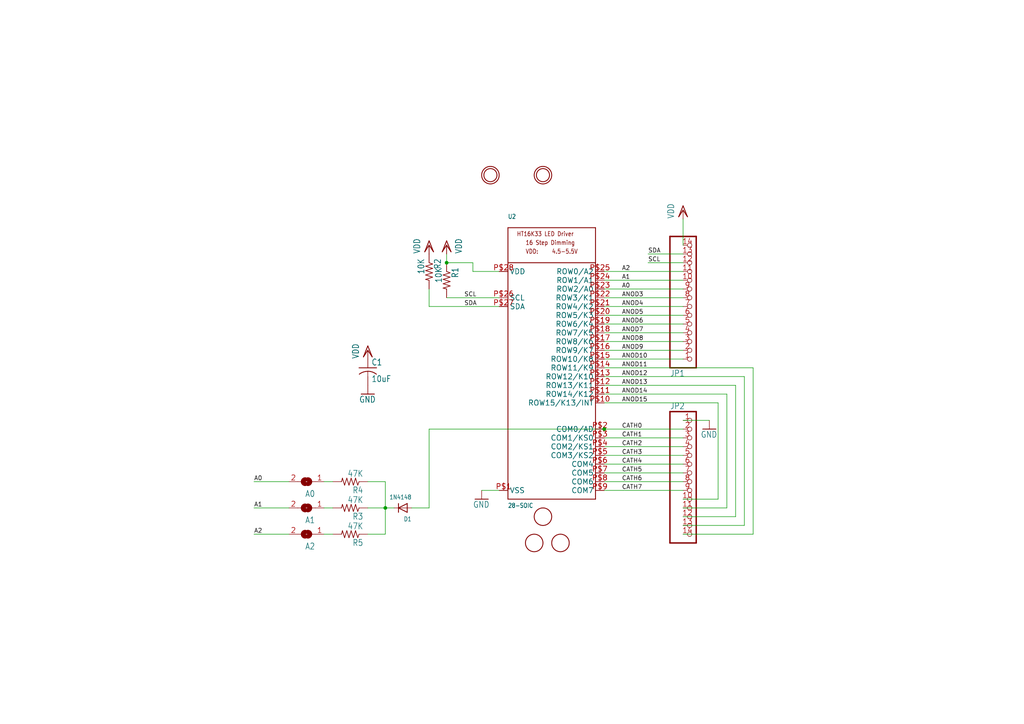
<source format=kicad_sch>
(kicad_sch (version 20250114) (generator "eeschema") (generator_version "9.0")
  (paper "A4")
  (lib_symbols
    (symbol "Adafruit HT16K33 breakout-eagle-import:C-USC0805"
      (property "Reference" "C" (at 1.016 0.635 0))
      (symbol "C-USC0805_1_0"
        (polyline (pts (xy -2.54 0) (xy 2.54 0)) (stroke (width 0.254)))
        (arc (start 0 -1) (mid 1.3158 -1.2195) (end 2.4892 -1.8541) (stroke (width 0.254)))
        (arc (start -2.4668 -1.8504) (mid -1.302 -1.2303) (end 0 -1.0161) (stroke (width 0.254)))
        (polyline (pts (xy 0 -1.016) (xy 0 -2.54)) (stroke (width 0.1524)))
        (pin passive line (at 0 2.54 270) (length 2.54) (name "1") (number "1"))
        (pin passive line (at 0 -5.08 90) (length 2.54) (name "2") (number "2"))
      )
    )
    (symbol "Adafruit HT16K33 breakout-eagle-import:DIODESOD-323F"
      (property "Reference" "D" (at -2.54 2.54 0))
      (symbol "DIODESOD-323F_1_0"
        (polyline (pts (xy -1.27 1.27) (xy -1.27 -1.27)) (stroke (width 0.254)))
        (polyline (pts (xy -1.27 -1.27) (xy 1.27 0)) (stroke (width 0.254)))
        (polyline (pts (xy 1.27 1.27) (xy 1.27 0)) (stroke (width 0.254)))
        (polyline (pts (xy 1.27 0) (xy -1.27 1.27)) (stroke (width 0.254)))
        (polyline (pts (xy 1.27 0) (xy 1.27 -1.27)) (stroke (width 0.254)))
        (pin passive line (at -2.54 0 0) (length 2.54) (name "A") (number "A"))
        (pin passive line (at 2.54 0 180) (length 2.54) (name "C") (number "C"))
      )
    )
    (symbol "Adafruit HT16K33 breakout-eagle-import:FIDUCIAL"
      (symbol "FIDUCIAL_1_0"
        (circle (center 0 0) (radius 2.54) (stroke (width 0.254)))
      )
    )
    (symbol "Adafruit HT16K33 breakout-eagle-import:GND" (power)
      (symbol "GND_1_0"
        (polyline (pts (xy -1.905 0) (xy 1.905 0)) (stroke (width 0.254)))
        (pin power_in line (at 0 2.54 270) (length 2.54) (name "GND") (number "1"))
      )
    )
    (symbol "Adafruit HT16K33 breakout-eagle-import:HT16K33_SOP28"
      (property "Reference" "U" (at -12.7 40.64 0))
      (symbol "HT16K33_SOP28_1_0"
        (polyline (pts (xy -12.7 38.1) (xy 12.7 38.1)) (stroke (width 0.254)))
        (polyline (pts (xy -12.7 27.94) (xy -12.7 38.1)) (stroke (width 0.254)))
        (polyline (pts (xy -12.7 27.94) (xy 12.7 27.94)) (stroke (width 0.254)))
        (polyline (pts (xy -12.7 -40.64) (xy -12.7 27.94)) (stroke (width 0.254)))
        (polyline (pts (xy 12.7 38.1) (xy 12.7 -40.64)) (stroke (width 0.254)))
        (polyline (pts (xy 12.7 -40.64) (xy -12.7 -40.64)) (stroke (width 0.254)))
        (text "HT16K33 LED Driver" (at -10.16 35.56 0) (effects (font (size 1.27 1.0795)) (justify left bottom)))
        (text "16 Step Dimming" (at -7.62 33.02 0) (effects (font (size 1.27 1.0795)) (justify left bottom)))
        (text "VDD:" (at -7.62 30.48 0) (effects (font (size 1.27 1.0795)) (justify left bottom)))
        (text "4.5-5.5V" (at 0 30.48 0) (effects (font (size 1.27 1.0795)) (justify left bottom)))
        (pin bidirectional line (at -15.24 25.4 0) (length 2.54) (name "VDD") (number "P$28"))
        (pin bidirectional line (at -15.24 17.78 0) (length 2.54) (name "SCL") (number "P$26"))
        (pin bidirectional line (at -15.24 15.24 0) (length 2.54) (name "SDA") (number "P$27"))
        (pin bidirectional line (at -15.24 -38.1 0) (length 2.54) (name "VSS") (number "P$1"))
        (pin bidirectional line (at 15.24 25.4 180) (length 2.54) (name "ROW0/A2") (number "P$25"))
        (pin bidirectional line (at 15.24 22.86 180) (length 2.54) (name "ROW1/A1") (number "P$24"))
        (pin bidirectional line (at 15.24 20.32 180) (length 2.54) (name "ROW2/A0") (number "P$23"))
        (pin bidirectional line (at 15.24 17.78 180) (length 2.54) (name "ROW3/K1") (number "P$22"))
        (pin bidirectional line (at 15.24 15.24 180) (length 2.54) (name "ROW4/K2") (number "P$21"))
        (pin bidirectional line (at 15.24 12.7 180) (length 2.54) (name "ROW5/K3") (number "P$20"))
        (pin bidirectional line (at 15.24 10.16 180) (length 2.54) (name "ROW6/K4") (number "P$19"))
        (pin bidirectional line (at 15.24 7.62 180) (length 2.54) (name "ROW7/K5") (number "P$18"))
        (pin bidirectional line (at 15.24 5.08 180) (length 2.54) (name "ROW8/K6") (number "P$17"))
        (pin bidirectional line (at 15.24 2.54 180) (length 2.54) (name "ROW9/K7") (number "P$16"))
        (pin bidirectional line (at 15.24 0 180) (length 2.54) (name "ROW10/K8") (number "P$15"))
        (pin bidirectional line (at 15.24 -2.54 180) (length 2.54) (name "ROW11/K9") (number "P$14"))
        (pin bidirectional line (at 15.24 -5.08 180) (length 2.54) (name "ROW12/K10") (number "P$13"))
        (pin bidirectional line (at 15.24 -7.62 180) (length 2.54) (name "ROW13/K11") (number "P$12"))
        (pin bidirectional line (at 15.24 -10.16 180) (length 2.54) (name "ROW14/K12") (number "P$11"))
        (pin bidirectional line (at 15.24 -12.7 180) (length 2.54) (name "ROW15/K13/INT") (number "P$10"))
        (pin bidirectional line (at 15.24 -20.32 180) (length 2.54) (name "COM0/AD") (number "P$2"))
        (pin bidirectional line (at 15.24 -22.86 180) (length 2.54) (name "COM1/KS0") (number "P$3"))
        (pin bidirectional line (at 15.24 -25.4 180) (length 2.54) (name "COM2/KS1") (number "P$4"))
        (pin bidirectional line (at 15.24 -27.94 180) (length 2.54) (name "COM3/KS2") (number "P$5"))
        (pin bidirectional line (at 15.24 -30.48 180) (length 2.54) (name "COM4") (number "P$6"))
        (pin bidirectional line (at 15.24 -33.02 180) (length 2.54) (name "COM5") (number "P$7"))
        (pin bidirectional line (at 15.24 -35.56 180) (length 2.54) (name "COM6") (number "P$8"))
        (pin bidirectional line (at 15.24 -38.1 180) (length 2.54) (name "COM7") (number "P$9"))
      )
    )
    (symbol "Adafruit HT16K33 breakout-eagle-import:MOUNTINGHOLE2.5"
      (symbol "MOUNTINGHOLE2.5_1_0"
        (circle (center 0 0) (radius 1.905) (stroke (width 0.254)))
        (circle (center 0 0) (radius 2.54) (stroke (width 0.254)))
      )
    )
    (symbol "Adafruit HT16K33 breakout-eagle-import:PINHD-1X14-CB"
      (property "Reference" "JP" (at -6.35 18.415 0))
      (symbol "PINHD-1X14-CB_1_0"
        (polyline (pts (xy -6.35 17.78) (xy -6.35 -20.32)) (stroke (width 0.4064)))
        (polyline (pts (xy -6.35 -20.32) (xy 1.27 -20.32)) (stroke (width 0.4064)))
        (polyline (pts (xy 1.27 17.78) (xy -6.35 17.78)) (stroke (width 0.4064)))
        (polyline (pts (xy 1.27 -20.32) (xy 1.27 17.78)) (stroke (width 0.4064)))
        (pin passive inverted (at -2.54 15.24 0) (length 2.54) (name "1") (number "1"))
        (pin passive inverted (at -2.54 12.7 0) (length 2.54) (name "2") (number "2"))
        (pin passive inverted (at -2.54 10.16 0) (length 2.54) (name "3") (number "3"))
        (pin passive inverted (at -2.54 7.62 0) (length 2.54) (name "4") (number "4"))
        (pin passive inverted (at -2.54 5.08 0) (length 2.54) (name "5") (number "5"))
        (pin passive inverted (at -2.54 2.54 0) (length 2.54) (name "6") (number "6"))
        (pin passive inverted (at -2.54 0 0) (length 2.54) (name "7") (number "7"))
        (pin passive inverted (at -2.54 -2.54 0) (length 2.54) (name "8") (number "8"))
        (pin passive inverted (at -2.54 -5.08 0) (length 2.54) (name "9") (number "9"))
        (pin passive inverted (at -2.54 -7.62 0) (length 2.54) (name "10") (number "10"))
        (pin passive inverted (at -2.54 -10.16 0) (length 2.54) (name "11") (number "11"))
        (pin passive inverted (at -2.54 -12.7 0) (length 2.54) (name "12") (number "12"))
        (pin passive inverted (at -2.54 -15.24 0) (length 2.54) (name "13") (number "13"))
        (pin passive inverted (at -2.54 -17.78 0) (length 2.54) (name "14") (number "14"))
      )
    )
    (symbol "Adafruit HT16K33 breakout-eagle-import:R-US_R0805"
      (property "Reference" "R" (at -3.81 1.4986 0))
      (symbol "R-US_R0805_1_0"
        (polyline (pts (xy -2.54 0) (xy -2.159 1.016)) (stroke (width 0.2032)))
        (polyline (pts (xy -2.159 1.016) (xy -1.524 -1.016)) (stroke (width 0.2032)))
        (polyline (pts (xy -1.524 -1.016) (xy -0.889 1.016)) (stroke (width 0.2032)))
        (polyline (pts (xy -0.889 1.016) (xy -0.254 -1.016)) (stroke (width 0.2032)))
        (polyline (pts (xy -0.254 -1.016) (xy 0.381 1.016)) (stroke (width 0.2032)))
        (polyline (pts (xy 0.381 1.016) (xy 1.016 -1.016)) (stroke (width 0.2032)))
        (polyline (pts (xy 1.016 -1.016) (xy 1.651 1.016)) (stroke (width 0.2032)))
        (polyline (pts (xy 1.651 1.016) (xy 2.286 -1.016)) (stroke (width 0.2032)))
        (polyline (pts (xy 2.286 -1.016) (xy 2.54 0)) (stroke (width 0.2032)))
        (pin passive line (at -5.08 0 0) (length 2.54) (name "1") (number "1"))
        (pin passive line (at 5.08 0 180) (length 2.54) (name "2") (number "2"))
      )
    )
    (symbol "Adafruit HT16K33 breakout-eagle-import:SOLDERJUMPERREFLOW_NOPASTE"
      (property "Reference" "SJ" (at -2.54 2.54 0))
      (symbol "SOLDERJUMPERREFLOW_NOPASTE_1_0"
        (polyline (pts (xy -2.54 0) (xy -1.651 0)) (stroke (width 0.1524)))
        (arc (start -0.381 -0.635) (mid -1.0159 0.0001) (end -0.3808 0.635) (stroke (width 1.27)))
        (arc (start 0.381 0.635) (mid 1.0159 -0.0001) (end 0.3808 -0.635) (stroke (width 1.27)))
        (polyline (pts (xy 2.54 0) (xy 1.651 0)) (stroke (width 0.1524)))
        (pin passive line (at -5.08 0 0) (length 2.54) (name "1") (number "1"))
        (pin passive line (at 5.08 0 180) (length 2.54) (name "2") (number "2"))
      )
    )
    (symbol "Adafruit HT16K33 breakout-eagle-import:VDD" (power)
      (symbol "VDD_1_0"
        (polyline (pts (xy 0 1.27) (xy -1.27 -1.905)) (stroke (width 0.254)))
        (polyline (pts (xy 0 0) (xy -1.27 -1.905)) (stroke (width 0.254)))
        (polyline (pts (xy 1.27 -1.905) (xy 0 1.27)) (stroke (width 0.254)))
        (polyline (pts (xy 1.27 -1.905) (xy 0 0)) (stroke (width 0.254)))
        (pin power_in line (at 0 -2.54 90) (length 2.54) (name "VDD") (number "1"))
      )
    )
  )
  (junction (at 129.54 76.2))
  (junction (at 111.76 147.32))
  (junction (at 175.26 124.46))
  (wire (pts (xy 175.26 93.98) (xy 198.12 93.98)) (stroke (width 0.1524)))
  (wire (pts (xy 139.7 142.24) (xy 144.78 142.24)) (stroke (width 0.1524)))
  (wire (pts (xy 175.26 88.9) (xy 198.12 88.9)) (stroke (width 0.1524)))
  (wire (pts (xy 111.76 154.94) (xy 111.76 147.32)) (stroke (width 0.1524)))
  (wire (pts (xy 198.12 63.5) (xy 198.12 71.12)) (stroke (width 0.1524)))
  (wire (pts (xy 215.9 109.22) (xy 215.9 152.4)) (stroke (width 0.1524)))
  (wire (pts (xy 124.46 124.46) (xy 124.46 147.32)) (stroke (width 0.1524)))
  (wire (pts (xy 111.76 147.32) (xy 111.76 139.7)) (stroke (width 0.1524)))
  (wire (pts (xy 198.12 76.2) (xy 187.96 76.2)) (stroke (width 0.1524)))
  (wire (pts (xy 175.26 86.36) (xy 198.12 86.36)) (stroke (width 0.1524)))
  (wire (pts (xy 111.76 147.32) (xy 114.3 147.32)) (stroke (width 0.1524)))
  (wire (pts (xy 210.82 114.3) (xy 210.82 147.32)) (stroke (width 0.1524)))
  (wire (pts (xy 213.36 111.76) (xy 175.26 111.76)) (stroke (width 0.1524)))
  (wire (pts (xy 83.82 139.7) (xy 73.66 139.7)) (stroke (width 0.1524)))
  (wire (pts (xy 215.9 152.4) (xy 198.12 152.4)) (stroke (width 0.1524)))
  (wire (pts (xy 198.12 149.86) (xy 213.36 149.86)) (stroke (width 0.1524)))
  (wire (pts (xy 218.44 154.94) (xy 198.12 154.94)) (stroke (width 0.1524)))
  (wire (pts (xy 198.12 139.7) (xy 175.26 139.7)) (stroke (width 0.1524)))
  (wire (pts (xy 175.26 96.52) (xy 198.12 96.52)) (stroke (width 0.1524)))
  (wire (pts (xy 144.78 88.9) (xy 124.46 88.9)) (stroke (width 0.1524)))
  (wire (pts (xy 208.28 116.84) (xy 175.26 116.84)) (stroke (width 0.1524)))
  (wire (pts (xy 106.68 147.32) (xy 111.76 147.32)) (stroke (width 0.1524)))
  (wire (pts (xy 175.26 104.14) (xy 198.12 104.14)) (stroke (width 0.1524)))
  (wire (pts (xy 129.54 73.66) (xy 129.54 76.2)) (stroke (width 0.1524)))
  (wire (pts (xy 93.98 154.94) (xy 96.52 154.94)) (stroke (width 0.1524)))
  (wire (pts (xy 175.26 124.46) (xy 124.46 124.46)) (stroke (width 0.1524)))
  (wire (pts (xy 175.26 91.44) (xy 198.12 91.44)) (stroke (width 0.1524)))
  (wire (pts (xy 96.52 147.32) (xy 93.98 147.32)) (stroke (width 0.1524)))
  (wire (pts (xy 175.26 83.82) (xy 198.12 83.82)) (stroke (width 0.1524)))
  (wire (pts (xy 106.68 154.94) (xy 111.76 154.94)) (stroke (width 0.1524)))
  (wire (pts (xy 111.76 139.7) (xy 106.68 139.7)) (stroke (width 0.1524)))
  (wire (pts (xy 124.46 147.32) (xy 119.38 147.32)) (stroke (width 0.1524)))
  (wire (pts (xy 124.46 88.9) (xy 124.46 83.82)) (stroke (width 0.1524)))
  (wire (pts (xy 144.78 78.74) (xy 137.16 78.74)) (stroke (width 0.1524)))
  (wire (pts (xy 73.66 147.32) (xy 83.82 147.32)) (stroke (width 0.1524)))
  (wire (pts (xy 198.12 144.78) (xy 208.28 144.78)) (stroke (width 0.1524)))
  (wire (pts (xy 175.26 114.3) (xy 210.82 114.3)) (stroke (width 0.1524)))
  (wire (pts (xy 137.16 78.74) (xy 137.16 76.2)) (stroke (width 0.1524)))
  (wire (pts (xy 175.26 99.06) (xy 198.12 99.06)) (stroke (width 0.1524)))
  (wire (pts (xy 198.12 73.66) (xy 187.96 73.66)) (stroke (width 0.1524)))
  (wire (pts (xy 144.78 86.36) (xy 129.54 86.36)) (stroke (width 0.1524)))
  (wire (pts (xy 175.26 78.74) (xy 198.12 78.74)) (stroke (width 0.1524)))
  (wire (pts (xy 175.26 124.46) (xy 198.12 124.46)) (stroke (width 0.1524)))
  (wire (pts (xy 205.74 121.92) (xy 198.12 121.92)) (stroke (width 0.1524)))
  (wire (pts (xy 210.82 147.32) (xy 198.12 147.32)) (stroke (width 0.1524)))
  (wire (pts (xy 175.26 106.68) (xy 218.44 106.68)) (stroke (width 0.1524)))
  (wire (pts (xy 175.26 81.28) (xy 198.12 81.28)) (stroke (width 0.1524)))
  (wire (pts (xy 198.12 134.62) (xy 175.26 134.62)) (stroke (width 0.1524)))
  (wire (pts (xy 198.12 137.16) (xy 175.26 137.16)) (stroke (width 0.1524)))
  (wire (pts (xy 208.28 144.78) (xy 208.28 116.84)) (stroke (width 0.1524)))
  (wire (pts (xy 175.26 101.6) (xy 198.12 101.6)) (stroke (width 0.1524)))
  (wire (pts (xy 175.26 129.54) (xy 198.12 129.54)) (stroke (width 0.1524)))
  (wire (pts (xy 175.26 109.22) (xy 215.9 109.22)) (stroke (width 0.1524)))
  (wire (pts (xy 175.26 142.24) (xy 198.12 142.24)) (stroke (width 0.1524)))
  (wire (pts (xy 218.44 106.68) (xy 218.44 154.94)) (stroke (width 0.1524)))
  (wire (pts (xy 96.52 139.7) (xy 93.98 139.7)) (stroke (width 0.1524)))
  (wire (pts (xy 198.12 127) (xy 175.26 127)) (stroke (width 0.1524)))
  (wire (pts (xy 137.16 76.2) (xy 129.54 76.2)) (stroke (width 0.1524)))
  (wire (pts (xy 213.36 149.86) (xy 213.36 111.76)) (stroke (width 0.1524)))
  (wire (pts (xy 198.12 132.08) (xy 175.26 132.08)) (stroke (width 0.1524)))
  (wire (pts (xy 83.82 154.94) (xy 73.66 154.94)) (stroke (width 0.1524)))
  (label "ANOD10" (at 180.34 104.14 0) (effects (font (size 1.2446 1.2446))))
  (label "CATH2" (at 180.34 129.54 0) (effects (font (size 1.2446 1.2446))))
  (label "ANOD9" (at 180.34 101.6 0) (effects (font (size 1.2446 1.2446))))
  (label "A2" (at 73.66 154.94 0) (effects (font (size 1.2446 1.2446))))
  (label "ANOD14" (at 180.34 114.3 0) (effects (font (size 1.2446 1.2446))))
  (label "ANOD8" (at 180.34 99.06 0) (effects (font (size 1.2446 1.2446))))
  (label "CATH3" (at 180.34 132.08 0) (effects (font (size 1.2446 1.2446))))
  (label "ANOD5" (at 180.34 91.44 0) (effects (font (size 1.2446 1.2446))))
  (label "ANOD11" (at 180.34 106.68 0) (effects (font (size 1.2446 1.2446))))
  (label "A0" (at 180.34 83.82 0) (effects (font (size 1.2446 1.2446))))
  (label "ANOD12" (at 180.34 109.22 0) (effects (font (size 1.2446 1.2446))))
  (label "CATH1" (at 180.34 127 0) (effects (font (size 1.2446 1.2446))))
  (label "CATH4" (at 180.34 134.62 0) (effects (font (size 1.2446 1.2446))))
  (label "SDA" (at 187.96 73.66 0) (effects (font (size 1.2446 1.2446))))
  (label "ANOD7" (at 180.34 96.52 0) (effects (font (size 1.2446 1.2446))))
  (label "ANOD13" (at 180.34 111.76 0) (effects (font (size 1.2446 1.2446))))
  (label "SCL" (at 187.96 76.2 0) (effects (font (size 1.2446 1.2446))))
  (label "ANOD15" (at 180.34 116.84 0) (effects (font (size 1.2446 1.2446))))
  (label "CATH6" (at 180.34 139.7 0) (effects (font (size 1.2446 1.2446))))
  (label "SCL" (at 134.62 86.36 0) (effects (font (size 1.2446 1.2446))))
  (label "A1" (at 73.66 147.32 0) (effects (font (size 1.2446 1.2446))))
  (label "CATH0" (at 180.34 124.46 0) (effects (font (size 1.2446 1.2446))))
  (label "A1" (at 180.34 81.28 0) (effects (font (size 1.2446 1.2446))))
  (label "CATH7" (at 180.34 142.24 0) (effects (font (size 1.2446 1.2446))))
  (label "ANOD4" (at 180.34 88.9 0) (effects (font (size 1.2446 1.2446))))
  (label "SDA" (at 134.62 88.9 0) (effects (font (size 1.2446 1.2446))))
  (label "A0" (at 73.66 139.7 0) (effects (font (size 1.2446 1.2446))))
  (label "CATH5" (at 180.34 137.16 0) (effects (font (size 1.2446 1.2446))))
  (label "A2" (at 180.34 78.74 0) (effects (font (size 1.2446 1.2446))))
  (label "ANOD6" (at 180.34 93.98 0) (effects (font (size 1.2446 1.2446))))
  (label "ANOD3" (at 180.34 86.36 0) (effects (font (size 1.2446 1.2446))))
  (symbol (lib_id "Adafruit HT16K33 breakout-eagle-import:VDD") (at 198.12 60.96 0) (unit 1)
    (property "Reference" "#VDD3" (effects (hide yes)))
    (property "Value" "VDD" (at 195.58 63.5 90) (effects (font (size 1.778 1.5113)) (justify left bottom)))
  )
  (symbol (lib_id "Adafruit HT16K33 breakout-eagle-import:VDD") (at 129.54 71.12 0) (mirror y) (unit 1)
    (property "Reference" "#VDD2" (effects (hide yes)))
    (property "Value" "VDD" (at 132.08 73.66 90) (effects (font (size 1.778 1.5113)) (justify left bottom)))
  )
  (symbol (lib_id "Adafruit HT16K33 breakout-eagle-import:R-US_R0805") (at 101.6 147.32 180) (unit 1)
    (property "Reference" "R3" (at 105.41 148.8186 0) (effects (font (size 1.778 1.5113)) (justify left bottom)))
    (property "Value" "47K" (at 105.41 144.018 0) (effects (font (size 1.778 1.5113)) (justify left bottom)))
    (property "Footprint" "Adafruit HT16K33 breakout:R0805" (effects (hide yes)))
  )
  (symbol (lib_id "Adafruit HT16K33 breakout-eagle-import:MOUNTINGHOLE2.5") (at 157.48 50.8 0) (unit 1)
    (property "Reference" "U$4" (effects (hide yes)))
    (property "Value" "MOUNTINGHOLE2.5" (effects (hide yes)))
    (property "Footprint" "Adafruit HT16K33 breakout:MOUNTINGHOLE_2.5_PLATED" (effects (hide yes)))
  )
  (symbol (lib_id "Adafruit HT16K33 breakout-eagle-import:SOLDERJUMPERREFLOW_NOPASTE") (at 88.9 147.32 180) (unit 1)
    (property "Reference" "A1" (at 91.44 149.86 0) (effects (font (size 1.778 1.5113)) (justify left bottom)))
    (property "Value" "SOLDERJUMPERREFLOW_NOPASTE" (effects (hide yes)))
    (property "Footprint" "Adafruit HT16K33 breakout:SOLDERJUMPER_REFLOW_NOPASTE" (effects (hide yes)))
  )
  (symbol (lib_id "Adafruit HT16K33 breakout-eagle-import:DIODESOD-323F") (at 116.84 147.32 180) (unit 1)
    (property "Reference" "D1" (at 119.38 149.86 0) (effects (font (size 1.27 1.0795)) (justify left bottom)))
    (property "Value" "1N4148" (at 119.38 143.51 0) (effects (font (size 1.27 1.0795)) (justify left bottom)))
    (property "Footprint" "Adafruit HT16K33 breakout:SOD-323F" (effects (hide yes)))
  )
  (symbol (lib_id "Adafruit HT16K33 breakout-eagle-import:GND") (at 106.68 114.3 0) (unit 1)
    (property "Reference" "#GND3" (effects (hide yes)))
    (property "Value" "GND" (at 104.14 116.84 0) (effects (font (size 1.778 1.5113)) (justify left bottom)))
  )
  (symbol (lib_id "Adafruit HT16K33 breakout-eagle-import:VDD") (at 124.46 71.12 0) (unit 1)
    (property "Reference" "#VDD1" (effects (hide yes)))
    (property "Value" "VDD" (at 121.92 73.66 90) (effects (font (size 1.778 1.5113)) (justify left bottom)))
  )
  (symbol (lib_id "Adafruit HT16K33 breakout-eagle-import:VDD") (at 106.68 101.6 0) (unit 1)
    (property "Reference" "#VDD5" (effects (hide yes)))
    (property "Value" "VDD" (at 104.14 104.14 90) (effects (font (size 1.778 1.5113)) (justify left bottom)))
  )
  (symbol (lib_id "Adafruit HT16K33 breakout-eagle-import:HT16K33_SOP28") (at 160.02 104.14 0) (unit 1)
    (property "Reference" "U2" (at 147.32 63.5 0) (effects (font (size 1.27 1.0795)) (justify left bottom)))
    (property "Value" "28-SOIC" (at 147.32 147.32 0) (effects (font (size 1.27 1.0795)) (justify left bottom)))
    (property "Footprint" "Adafruit HT16K33 breakout:SOP28_300MIL" (effects (hide yes)))
  )
  (symbol (lib_id "Adafruit HT16K33 breakout-eagle-import:R-US_R0805") (at 101.6 154.94 180) (unit 1)
    (property "Reference" "R5" (at 105.41 156.4386 0) (effects (font (size 1.778 1.5113)) (justify left bottom)))
    (property "Value" "47K" (at 105.41 151.638 0) (effects (font (size 1.778 1.5113)) (justify left bottom)))
    (property "Footprint" "Adafruit HT16K33 breakout:R0805" (effects (hide yes)))
  )
  (symbol (lib_id "Adafruit HT16K33 breakout-eagle-import:GND") (at 139.7 144.78 0) (unit 1)
    (property "Reference" "#GND1" (effects (hide yes)))
    (property "Value" "GND" (at 137.16 147.32 0) (effects (font (size 1.778 1.5113)) (justify left bottom)))
  )
  (symbol (lib_id "Adafruit HT16K33 breakout-eagle-import:GND") (at 205.74 124.46 0) (unit 1)
    (property "Reference" "#GND4" (effects (hide yes)))
    (property "Value" "GND" (at 203.2 127 0) (effects (font (size 1.778 1.5113)) (justify left bottom)))
  )
  (symbol (lib_id "Adafruit HT16K33 breakout-eagle-import:R-US_R0805") (at 124.46 78.74 270) (unit 1)
    (property "Reference" "R2" (at 125.9586 74.93 0) (effects (font (size 1.778 1.5113)) (justify left bottom)))
    (property "Value" "10K" (at 121.158 74.93 0) (effects (font (size 1.778 1.5113)) (justify left bottom)))
    (property "Footprint" "Adafruit HT16K33 breakout:R0805" (effects (hide yes)))
  )
  (symbol (lib_id "Adafruit HT16K33 breakout-eagle-import:C-USC0805") (at 106.68 106.68 0) (unit 1)
    (property "Reference" "C1" (at 107.696 106.045 0) (effects (font (size 1.778 1.5113)) (justify left bottom)))
    (property "Value" "10uF" (at 107.696 110.871 0) (effects (font (size 1.778 1.5113)) (justify left bottom)))
    (property "Footprint" "Adafruit HT16K33 breakout:C0805" (effects (hide yes)))
  )
  (symbol (lib_id "Adafruit HT16K33 breakout-eagle-import:MOUNTINGHOLE2.5") (at 142.24 50.8 0) (unit 1)
    (property "Reference" "U$5" (effects (hide yes)))
    (property "Value" "MOUNTINGHOLE2.5" (effects (hide yes)))
    (property "Footprint" "Adafruit HT16K33 breakout:MOUNTINGHOLE_2.5_PLATED" (effects (hide yes)))
  )
  (symbol (lib_id "Adafruit HT16K33 breakout-eagle-import:FIDUCIAL") (at 154.94 157.48 0) (unit 1)
    (property "Reference" "U$1" (effects (hide yes)))
    (property "Value" "FIDUCIAL" (effects (hide yes)))
    (property "Footprint" "Adafruit HT16K33 breakout:FIDUCIAL_1MM" (effects (hide yes)))
  )
  (symbol (lib_id "Adafruit HT16K33 breakout-eagle-import:R-US_R0805") (at 101.6 139.7 180) (unit 1)
    (property "Reference" "R4" (at 105.41 141.1986 0) (effects (font (size 1.778 1.5113)) (justify left bottom)))
    (property "Value" "47K" (at 105.41 136.398 0) (effects (font (size 1.778 1.5113)) (justify left bottom)))
    (property "Footprint" "Adafruit HT16K33 breakout:R0805" (effects (hide yes)))
  )
  (symbol (lib_id "Adafruit HT16K33 breakout-eagle-import:SOLDERJUMPERREFLOW_NOPASTE") (at 88.9 154.94 180) (unit 1)
    (property "Reference" "A2" (at 91.44 157.48 0) (effects (font (size 1.778 1.5113)) (justify left bottom)))
    (property "Value" "SOLDERJUMPERREFLOW_NOPASTE" (effects (hide yes)))
    (property "Footprint" "Adafruit HT16K33 breakout:SOLDERJUMPER_REFLOW_NOPASTE" (effects (hide yes)))
  )
  (symbol (lib_id "Adafruit HT16K33 breakout-eagle-import:R-US_R0805") (at 129.54 81.28 270) (unit 1)
    (property "Reference" "R1" (at 131.0386 77.47 0) (effects (font (size 1.778 1.5113)) (justify left bottom)))
    (property "Value" "10K" (at 126.238 77.47 0) (effects (font (size 1.778 1.5113)) (justify left bottom)))
    (property "Footprint" "Adafruit HT16K33 breakout:R0805" (effects (hide yes)))
  )
  (symbol (lib_id "Adafruit HT16K33 breakout-eagle-import:PINHD-1X14-CB") (at 200.66 137.16 0) (unit 1)
    (property "Reference" "JP2" (at 194.31 118.745 0) (effects (font (size 1.778 1.5113)) (justify left bottom)))
    (property "Value" "PINHD-1X14-CB" (effects (hide yes)))
    (property "Footprint" "Adafruit HT16K33 breakout:1X14-CB" (effects (hide yes)))
  )
  (symbol (lib_id "Adafruit HT16K33 breakout-eagle-import:FIDUCIAL") (at 157.48 149.86 0) (unit 1)
    (property "Reference" "U$6" (effects (hide yes)))
    (property "Value" "FIDUCIAL" (effects (hide yes)))
    (property "Footprint" "Adafruit HT16K33 breakout:FIDUCIAL_1MM" (effects (hide yes)))
  )
  (symbol (lib_id "Adafruit HT16K33 breakout-eagle-import:FIDUCIAL") (at 162.56 157.48 0) (unit 1)
    (property "Reference" "U$2" (effects (hide yes)))
    (property "Value" "FIDUCIAL" (effects (hide yes)))
    (property "Footprint" "Adafruit HT16K33 breakout:FIDUCIAL_1MM" (effects (hide yes)))
  )
  (symbol (lib_id "Adafruit HT16K33 breakout-eagle-import:PINHD-1X14-CB") (at 200.66 88.9 0) (mirror x) (unit 1)
    (property "Reference" "JP1" (at 194.31 107.315 0) (effects (font (size 1.778 1.5113)) (justify left bottom)))
    (property "Value" "PINHD-1X14-CB" (effects (hide yes)))
    (property "Footprint" "Adafruit HT16K33 breakout:1X14-CB" (effects (hide yes)))
  )
  (symbol (lib_id "Adafruit HT16K33 breakout-eagle-import:SOLDERJUMPERREFLOW_NOPASTE") (at 88.9 139.7 180) (unit 1)
    (property "Reference" "A0" (at 91.44 142.24 0) (effects (font (size 1.778 1.5113)) (justify left bottom)))
    (property "Value" "SOLDERJUMPERREFLOW_NOPASTE" (effects (hide yes)))
    (property "Footprint" "Adafruit HT16K33 breakout:SOLDERJUMPER_REFLOW_NOPASTE" (effects (hide yes)))
  )
)
</source>
